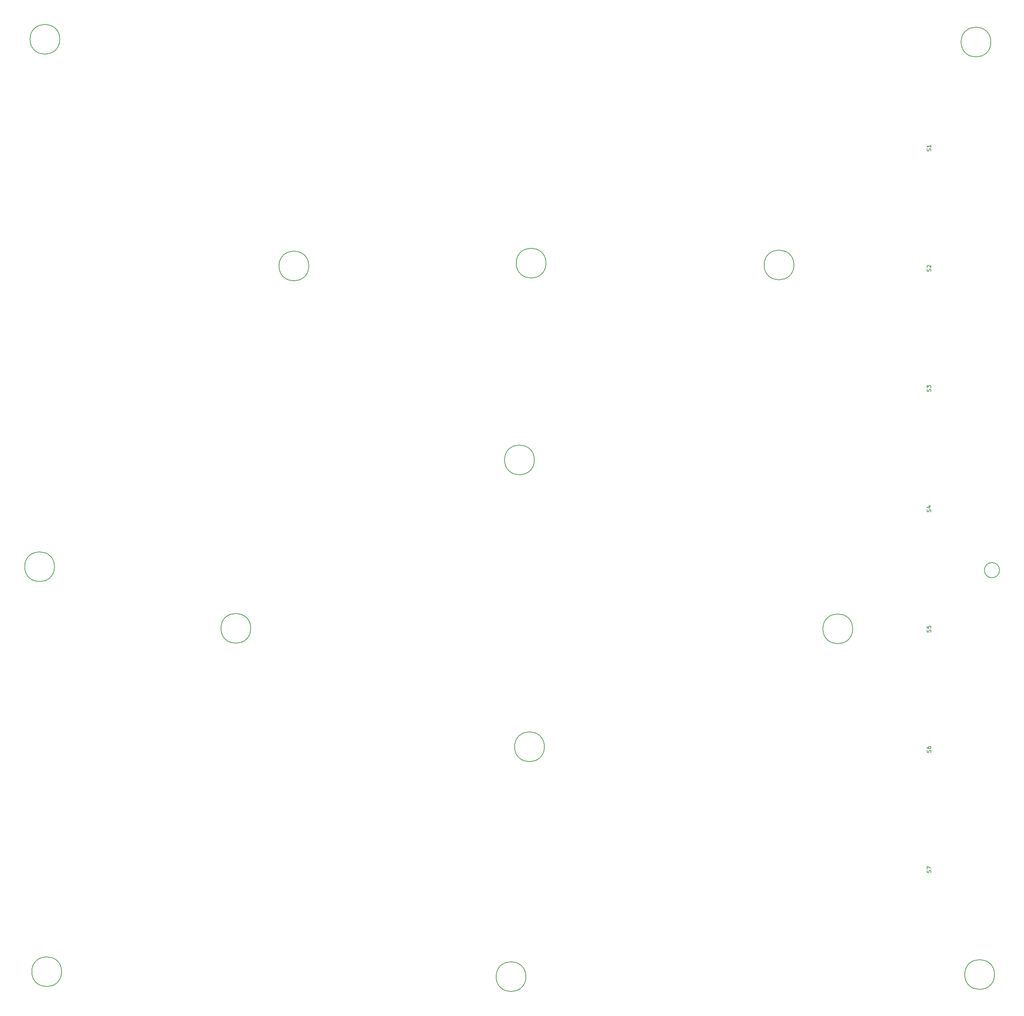
<source format=gbr>
%TF.GenerationSoftware,KiCad,Pcbnew,9.0.1*%
%TF.CreationDate,2025-05-31T14:15:33+01:00*%
%TF.ProjectId,Button MIDI Controller,42757474-6f6e-4204-9d49-444920436f6e,rev?*%
%TF.SameCoordinates,Original*%
%TF.FileFunction,Other,Comment*%
%FSLAX46Y46*%
G04 Gerber Fmt 4.6, Leading zero omitted, Abs format (unit mm)*
G04 Created by KiCad (PCBNEW 9.0.1) date 2025-05-31 14:15:33*
%MOMM*%
%LPD*%
G01*
G04 APERTURE LIST*
%ADD10C,0.150000*%
G04 APERTURE END LIST*
D10*
X-62140300Y106172595D02*
X-62092680Y106315452D01*
X-62092680Y106315452D02*
X-62092680Y106553547D01*
X-62092680Y106553547D02*
X-62140300Y106648785D01*
X-62140300Y106648785D02*
X-62187919Y106696404D01*
X-62187919Y106696404D02*
X-62283157Y106744023D01*
X-62283157Y106744023D02*
X-62378395Y106744023D01*
X-62378395Y106744023D02*
X-62473633Y106696404D01*
X-62473633Y106696404D02*
X-62521252Y106648785D01*
X-62521252Y106648785D02*
X-62568871Y106553547D01*
X-62568871Y106553547D02*
X-62616490Y106363071D01*
X-62616490Y106363071D02*
X-62664109Y106267833D01*
X-62664109Y106267833D02*
X-62711728Y106220214D01*
X-62711728Y106220214D02*
X-62806966Y106172595D01*
X-62806966Y106172595D02*
X-62902204Y106172595D01*
X-62902204Y106172595D02*
X-62997442Y106220214D01*
X-62997442Y106220214D02*
X-63045061Y106267833D01*
X-63045061Y106267833D02*
X-63092680Y106363071D01*
X-63092680Y106363071D02*
X-63092680Y106601166D01*
X-63092680Y106601166D02*
X-63045061Y106744023D01*
X-63092680Y107077357D02*
X-63092680Y107744023D01*
X-63092680Y107744023D02*
X-62092680Y107315452D01*
X-62140300Y136472595D02*
X-62092680Y136615452D01*
X-62092680Y136615452D02*
X-62092680Y136853547D01*
X-62092680Y136853547D02*
X-62140300Y136948785D01*
X-62140300Y136948785D02*
X-62187919Y136996404D01*
X-62187919Y136996404D02*
X-62283157Y137044023D01*
X-62283157Y137044023D02*
X-62378395Y137044023D01*
X-62378395Y137044023D02*
X-62473633Y136996404D01*
X-62473633Y136996404D02*
X-62521252Y136948785D01*
X-62521252Y136948785D02*
X-62568871Y136853547D01*
X-62568871Y136853547D02*
X-62616490Y136663071D01*
X-62616490Y136663071D02*
X-62664109Y136567833D01*
X-62664109Y136567833D02*
X-62711728Y136520214D01*
X-62711728Y136520214D02*
X-62806966Y136472595D01*
X-62806966Y136472595D02*
X-62902204Y136472595D01*
X-62902204Y136472595D02*
X-62997442Y136520214D01*
X-62997442Y136520214D02*
X-63045061Y136567833D01*
X-63045061Y136567833D02*
X-63092680Y136663071D01*
X-63092680Y136663071D02*
X-63092680Y136901166D01*
X-63092680Y136901166D02*
X-63045061Y137044023D01*
X-63092680Y137901166D02*
X-63092680Y137710690D01*
X-63092680Y137710690D02*
X-63045061Y137615452D01*
X-63045061Y137615452D02*
X-62997442Y137567833D01*
X-62997442Y137567833D02*
X-62854585Y137472595D01*
X-62854585Y137472595D02*
X-62664109Y137424976D01*
X-62664109Y137424976D02*
X-62283157Y137424976D01*
X-62283157Y137424976D02*
X-62187919Y137472595D01*
X-62187919Y137472595D02*
X-62140300Y137520214D01*
X-62140300Y137520214D02*
X-62092680Y137615452D01*
X-62092680Y137615452D02*
X-62092680Y137805928D01*
X-62092680Y137805928D02*
X-62140300Y137901166D01*
X-62140300Y137901166D02*
X-62187919Y137948785D01*
X-62187919Y137948785D02*
X-62283157Y137996404D01*
X-62283157Y137996404D02*
X-62521252Y137996404D01*
X-62521252Y137996404D02*
X-62616490Y137948785D01*
X-62616490Y137948785D02*
X-62664109Y137901166D01*
X-62664109Y137901166D02*
X-62711728Y137805928D01*
X-62711728Y137805928D02*
X-62711728Y137615452D01*
X-62711728Y137615452D02*
X-62664109Y137520214D01*
X-62664109Y137520214D02*
X-62616490Y137472595D01*
X-62616490Y137472595D02*
X-62521252Y137424976D01*
X-62140300Y166772595D02*
X-62092680Y166915452D01*
X-62092680Y166915452D02*
X-62092680Y167153547D01*
X-62092680Y167153547D02*
X-62140300Y167248785D01*
X-62140300Y167248785D02*
X-62187919Y167296404D01*
X-62187919Y167296404D02*
X-62283157Y167344023D01*
X-62283157Y167344023D02*
X-62378395Y167344023D01*
X-62378395Y167344023D02*
X-62473633Y167296404D01*
X-62473633Y167296404D02*
X-62521252Y167248785D01*
X-62521252Y167248785D02*
X-62568871Y167153547D01*
X-62568871Y167153547D02*
X-62616490Y166963071D01*
X-62616490Y166963071D02*
X-62664109Y166867833D01*
X-62664109Y166867833D02*
X-62711728Y166820214D01*
X-62711728Y166820214D02*
X-62806966Y166772595D01*
X-62806966Y166772595D02*
X-62902204Y166772595D01*
X-62902204Y166772595D02*
X-62997442Y166820214D01*
X-62997442Y166820214D02*
X-63045061Y166867833D01*
X-63045061Y166867833D02*
X-63092680Y166963071D01*
X-63092680Y166963071D02*
X-63092680Y167201166D01*
X-63092680Y167201166D02*
X-63045061Y167344023D01*
X-63092680Y168248785D02*
X-63092680Y167772595D01*
X-63092680Y167772595D02*
X-62616490Y167724976D01*
X-62616490Y167724976D02*
X-62664109Y167772595D01*
X-62664109Y167772595D02*
X-62711728Y167867833D01*
X-62711728Y167867833D02*
X-62711728Y168105928D01*
X-62711728Y168105928D02*
X-62664109Y168201166D01*
X-62664109Y168201166D02*
X-62616490Y168248785D01*
X-62616490Y168248785D02*
X-62521252Y168296404D01*
X-62521252Y168296404D02*
X-62283157Y168296404D01*
X-62283157Y168296404D02*
X-62187919Y168248785D01*
X-62187919Y168248785D02*
X-62140300Y168201166D01*
X-62140300Y168201166D02*
X-62092680Y168105928D01*
X-62092680Y168105928D02*
X-62092680Y167867833D01*
X-62092680Y167867833D02*
X-62140300Y167772595D01*
X-62140300Y167772595D02*
X-62187919Y167724976D01*
X-62140300Y197072595D02*
X-62092680Y197215452D01*
X-62092680Y197215452D02*
X-62092680Y197453547D01*
X-62092680Y197453547D02*
X-62140300Y197548785D01*
X-62140300Y197548785D02*
X-62187919Y197596404D01*
X-62187919Y197596404D02*
X-62283157Y197644023D01*
X-62283157Y197644023D02*
X-62378395Y197644023D01*
X-62378395Y197644023D02*
X-62473633Y197596404D01*
X-62473633Y197596404D02*
X-62521252Y197548785D01*
X-62521252Y197548785D02*
X-62568871Y197453547D01*
X-62568871Y197453547D02*
X-62616490Y197263071D01*
X-62616490Y197263071D02*
X-62664109Y197167833D01*
X-62664109Y197167833D02*
X-62711728Y197120214D01*
X-62711728Y197120214D02*
X-62806966Y197072595D01*
X-62806966Y197072595D02*
X-62902204Y197072595D01*
X-62902204Y197072595D02*
X-62997442Y197120214D01*
X-62997442Y197120214D02*
X-63045061Y197167833D01*
X-63045061Y197167833D02*
X-63092680Y197263071D01*
X-63092680Y197263071D02*
X-63092680Y197501166D01*
X-63092680Y197501166D02*
X-63045061Y197644023D01*
X-62759347Y198501166D02*
X-62092680Y198501166D01*
X-63140300Y198263071D02*
X-62426014Y198024976D01*
X-62426014Y198024976D02*
X-62426014Y198644023D01*
X-62140300Y227372595D02*
X-62092680Y227515452D01*
X-62092680Y227515452D02*
X-62092680Y227753547D01*
X-62092680Y227753547D02*
X-62140300Y227848785D01*
X-62140300Y227848785D02*
X-62187919Y227896404D01*
X-62187919Y227896404D02*
X-62283157Y227944023D01*
X-62283157Y227944023D02*
X-62378395Y227944023D01*
X-62378395Y227944023D02*
X-62473633Y227896404D01*
X-62473633Y227896404D02*
X-62521252Y227848785D01*
X-62521252Y227848785D02*
X-62568871Y227753547D01*
X-62568871Y227753547D02*
X-62616490Y227563071D01*
X-62616490Y227563071D02*
X-62664109Y227467833D01*
X-62664109Y227467833D02*
X-62711728Y227420214D01*
X-62711728Y227420214D02*
X-62806966Y227372595D01*
X-62806966Y227372595D02*
X-62902204Y227372595D01*
X-62902204Y227372595D02*
X-62997442Y227420214D01*
X-62997442Y227420214D02*
X-63045061Y227467833D01*
X-63045061Y227467833D02*
X-63092680Y227563071D01*
X-63092680Y227563071D02*
X-63092680Y227801166D01*
X-63092680Y227801166D02*
X-63045061Y227944023D01*
X-63092680Y228277357D02*
X-63092680Y228896404D01*
X-63092680Y228896404D02*
X-62711728Y228563071D01*
X-62711728Y228563071D02*
X-62711728Y228705928D01*
X-62711728Y228705928D02*
X-62664109Y228801166D01*
X-62664109Y228801166D02*
X-62616490Y228848785D01*
X-62616490Y228848785D02*
X-62521252Y228896404D01*
X-62521252Y228896404D02*
X-62283157Y228896404D01*
X-62283157Y228896404D02*
X-62187919Y228848785D01*
X-62187919Y228848785D02*
X-62140300Y228801166D01*
X-62140300Y228801166D02*
X-62092680Y228705928D01*
X-62092680Y228705928D02*
X-62092680Y228420214D01*
X-62092680Y228420214D02*
X-62140300Y228324976D01*
X-62140300Y228324976D02*
X-62187919Y228277357D01*
X-62140300Y257672595D02*
X-62092680Y257815452D01*
X-62092680Y257815452D02*
X-62092680Y258053547D01*
X-62092680Y258053547D02*
X-62140300Y258148785D01*
X-62140300Y258148785D02*
X-62187919Y258196404D01*
X-62187919Y258196404D02*
X-62283157Y258244023D01*
X-62283157Y258244023D02*
X-62378395Y258244023D01*
X-62378395Y258244023D02*
X-62473633Y258196404D01*
X-62473633Y258196404D02*
X-62521252Y258148785D01*
X-62521252Y258148785D02*
X-62568871Y258053547D01*
X-62568871Y258053547D02*
X-62616490Y257863071D01*
X-62616490Y257863071D02*
X-62664109Y257767833D01*
X-62664109Y257767833D02*
X-62711728Y257720214D01*
X-62711728Y257720214D02*
X-62806966Y257672595D01*
X-62806966Y257672595D02*
X-62902204Y257672595D01*
X-62902204Y257672595D02*
X-62997442Y257720214D01*
X-62997442Y257720214D02*
X-63045061Y257767833D01*
X-63045061Y257767833D02*
X-63092680Y257863071D01*
X-63092680Y257863071D02*
X-63092680Y258101166D01*
X-63092680Y258101166D02*
X-63045061Y258244023D01*
X-62997442Y258624976D02*
X-63045061Y258672595D01*
X-63045061Y258672595D02*
X-63092680Y258767833D01*
X-63092680Y258767833D02*
X-63092680Y259005928D01*
X-63092680Y259005928D02*
X-63045061Y259101166D01*
X-63045061Y259101166D02*
X-62997442Y259148785D01*
X-62997442Y259148785D02*
X-62902204Y259196404D01*
X-62902204Y259196404D02*
X-62806966Y259196404D01*
X-62806966Y259196404D02*
X-62664109Y259148785D01*
X-62664109Y259148785D02*
X-62092680Y258577357D01*
X-62092680Y258577357D02*
X-62092680Y259196404D01*
X-62140300Y287972595D02*
X-62092680Y288115452D01*
X-62092680Y288115452D02*
X-62092680Y288353547D01*
X-62092680Y288353547D02*
X-62140300Y288448785D01*
X-62140300Y288448785D02*
X-62187919Y288496404D01*
X-62187919Y288496404D02*
X-62283157Y288544023D01*
X-62283157Y288544023D02*
X-62378395Y288544023D01*
X-62378395Y288544023D02*
X-62473633Y288496404D01*
X-62473633Y288496404D02*
X-62521252Y288448785D01*
X-62521252Y288448785D02*
X-62568871Y288353547D01*
X-62568871Y288353547D02*
X-62616490Y288163071D01*
X-62616490Y288163071D02*
X-62664109Y288067833D01*
X-62664109Y288067833D02*
X-62711728Y288020214D01*
X-62711728Y288020214D02*
X-62806966Y287972595D01*
X-62806966Y287972595D02*
X-62902204Y287972595D01*
X-62902204Y287972595D02*
X-62997442Y288020214D01*
X-62997442Y288020214D02*
X-63045061Y288067833D01*
X-63045061Y288067833D02*
X-63092680Y288163071D01*
X-63092680Y288163071D02*
X-63092680Y288401166D01*
X-63092680Y288401166D02*
X-63045061Y288544023D01*
X-62092680Y289496404D02*
X-62092680Y288924976D01*
X-62092680Y289210690D02*
X-63092680Y289210690D01*
X-63092680Y289210690D02*
X-62949823Y289115452D01*
X-62949823Y289115452D02*
X-62854585Y289020214D01*
X-62854585Y289020214D02*
X-62806966Y288924976D01*
%TO.C,REF\u002A\u002A*%
X-281340000Y316110000D02*
G75*
G02*
X-288840000Y316110000I-3750000J0D01*
G01*
X-288840000Y316110000D02*
G75*
G02*
X-281340000Y316110000I3750000J0D01*
G01*
X-218670000Y259010000D02*
G75*
G02*
X-226170000Y259010000I-3750000J0D01*
G01*
X-226170000Y259010000D02*
G75*
G02*
X-218670000Y259010000I3750000J0D01*
G01*
X-96570000Y259260000D02*
G75*
G02*
X-104070000Y259260000I-3750000J0D01*
G01*
X-104070000Y259260000D02*
G75*
G02*
X-96570000Y259260000I3750000J0D01*
G01*
X-81790000Y167600000D02*
G75*
G02*
X-89290000Y167600000I-3750000J0D01*
G01*
X-89290000Y167600000D02*
G75*
G02*
X-81790000Y167600000I3750000J0D01*
G01*
X-233290000Y167720000D02*
G75*
G02*
X-240790000Y167720000I-3750000J0D01*
G01*
X-240790000Y167720000D02*
G75*
G02*
X-233290000Y167720000I3750000J0D01*
G01*
X-159380000Y137880000D02*
G75*
G02*
X-166880000Y137880000I-3750000J0D01*
G01*
X-166880000Y137880000D02*
G75*
G02*
X-159380000Y137880000I3750000J0D01*
G01*
X-158970000Y259720000D02*
G75*
G02*
X-166470000Y259720000I-3750000J0D01*
G01*
X-166470000Y259720000D02*
G75*
G02*
X-158970000Y259720000I3750000J0D01*
G01*
X-161910000Y210150000D02*
G75*
G02*
X-169410000Y210150000I-3750000J0D01*
G01*
X-169410000Y210150000D02*
G75*
G02*
X-161910000Y210150000I3750000J0D01*
G01*
X-282680000Y183240000D02*
G75*
G02*
X-290180000Y183240000I-3750000J0D01*
G01*
X-290180000Y183240000D02*
G75*
G02*
X-282680000Y183240000I3750000J0D01*
G01*
X-46090000Y80510000D02*
G75*
G02*
X-53590000Y80510000I-3750000J0D01*
G01*
X-53590000Y80510000D02*
G75*
G02*
X-46090000Y80510000I3750000J0D01*
G01*
X-280890000Y81220000D02*
G75*
G02*
X-288390000Y81220000I-3750000J0D01*
G01*
X-288390000Y81220000D02*
G75*
G02*
X-280890000Y81220000I3750000J0D01*
G01*
X-164030000Y79980000D02*
G75*
G02*
X-171530000Y79980000I-3750000J0D01*
G01*
X-171530000Y79980000D02*
G75*
G02*
X-164030000Y79980000I3750000J0D01*
G01*
X-47010000Y315420000D02*
G75*
G02*
X-54510000Y315420000I-3750000J0D01*
G01*
X-54510000Y315420000D02*
G75*
G02*
X-47010000Y315420000I3750000J0D01*
G01*
X-44836000Y182372000D02*
G75*
G02*
X-48636000Y182372000I-1900000J0D01*
G01*
X-48636000Y182372000D02*
G75*
G02*
X-44836000Y182372000I1900000J0D01*
G01*
%TD*%
M02*

</source>
